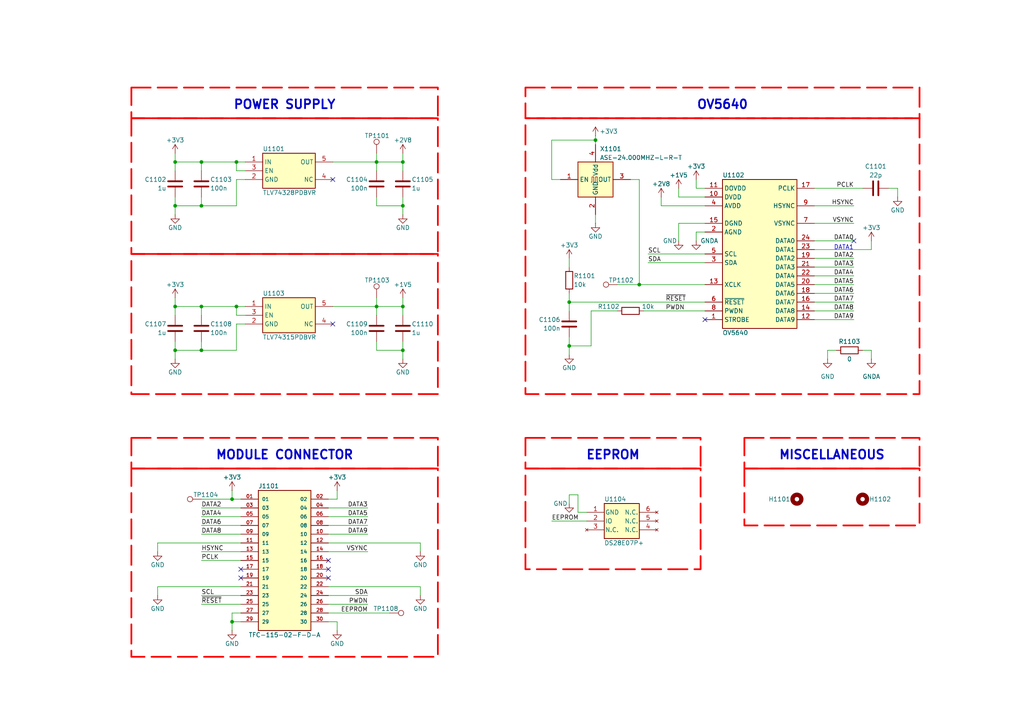
<source format=kicad_sch>
(kicad_sch (version 20231120) (generator "eeschema") (generator_version "8.0")
  (paper "A4")
  (title_block (title "Módulo de la Cámara") (date "2024-07-18") (rev "Final") (company "MQuero"))
  (lib_symbols
    (symbol "Connector:TestPoint" (pin_numbers hide) (pin_names (offset 0.762) hide)
      (property "Reference" "TP" (at 0 6.858 0))
      (property "Value" "TestPoint" (at 0 5.08 0))
      (symbol "TestPoint_0_1"
        (circle (center 0 3.302) (radius 0.762))
      )
      (symbol "TestPoint_1_1"
        (pin passive line (at 0 0 90) (length 2.54) (name "1") (number "1"))
      )
    )
    (symbol "Device:C" (pin_numbers hide) (pin_names (offset 0.254))
      (property "Reference" "C" (at 0.635 2.54 0))
      (property "Value" "C" (at 0.635 -2.54 0))
      (symbol "C_0_1"
        (polyline (pts (xy -2.032 -0.762) (xy 2.032 -0.762)) (stroke (width 0.508)))
        (polyline (pts (xy -2.032 0.762) (xy 2.032 0.762)) (stroke (width 0.508)))
      )
      (symbol "C_1_1"
        (pin passive line (at 0 3.81 270) (length 2.794) (name "~") (number "1"))
        (pin passive line (at 0 -3.81 90) (length 2.794) (name "~") (number "2"))
      )
    )
    (symbol "Device:R" (pin_numbers hide) (pin_names (offset 0))
      (property "Reference" "R" (at 2.032 0 90))
      (property "Value" "R" (at 0 0 90))
      (symbol "R_0_1"
        (rectangle (start -1.016 -2.54) (end 1.016 2.54) (stroke (width 0.254)))
      )
      (symbol "R_1_1"
        (pin passive line (at 0 3.81 270) (length 1.27) (name "~") (number "1"))
        (pin passive line (at 0 -3.81 90) (length 1.27) (name "~") (number "2"))
      )
    )
    (symbol "Mechanical:MountingHole" (pin_names (offset 1.016)) (exclude_from_sim yes) (in_bom no)
      (property "Reference" "H" (at 0 5.08 0))
      (property "Value" "MountingHole" (at 0 3.175 0))
      (symbol "MountingHole_0_1"
        (circle (center 0 0) (radius 1.27) (stroke (width 1.27)))
      )
    )
    (symbol "TFG:ASE-24.000MHZ-L-R-T"
      (property "Reference" "X" (at 0 1.27 0))
      (property "Value" "ASE-24.000MHZ-L-R-T" (at 6.35 -11.43 0))
      (symbol "ASE-24.000MHZ-L-R-T_0_1"
        (polyline (pts (xy 3.81 -5.842) (xy 4.064 -5.842) (xy 4.064 -4.318) (xy 4.572 -4.318) (xy 4.572 -5.842) (xy 5.08 -5.842) (xy 5.08 -4.318) (xy 5.588 -4.318) (xy 5.588 -5.842) (xy 5.842 -5.842)))
        (rectangle (start 0 0) (end 10.16 -10.16) (stroke (width 0.254)) (fill (type background)))
      )
      (symbol "ASE-24.000MHZ-L-R-T_1_1"
        (pin unspecified line (at -5.08 -5.08 0) (length 5.08) (name "EN") (number "1"))
        (pin unspecified line (at 5.08 -15.24 90) (length 5.08) (name "GND") (number "2"))
        (pin unspecified line (at 15.24 -5.08 180) (length 5.08) (name "OUT") (number "3"))
        (pin unspecified line (at 5.08 5.08 270) (length 5.08) (name "Vdd") (number "4"))
      )
    )
    (symbol "TFG:DS28E07P+" (pin_names (offset 0.254))
      (property "Reference" "U" (at 0 1.27 0))
      (property "Value" "DS28E07P+" (at 0 -11.43 0))
      (symbol "DS28E07P+_0_1"
        (rectangle (start 0 0) (end 10.16 -10.16) (stroke (width 0.254)) (fill (type background)))
      )
      (symbol "DS28E07P+_1_1"
        (pin unspecified line (at -5.08 -2.54 0) (length 5.08) (name "GND") (number "1"))
        (pin unspecified line (at -5.08 -5.08 0) (length 5.08) (name "IO") (number "2"))
        (pin no_connect line (at -5.08 -7.62 0) (length 5.08) (name "N.C.") (number "3"))
        (pin no_connect line (at 15.24 -7.62 180) (length 5.08) (name "N.C.") (number "4"))
        (pin no_connect line (at 15.24 -5.08 180) (length 5.08) (name "N.C.") (number "5"))
        (pin no_connect line (at 15.24 -2.54 180) (length 5.08) (name "N.C.") (number "6"))
      )
    )
    (symbol "TFG:OV5640"
      (property "Reference" "U" (at 0 1.27 0))
      (property "Value" "OV5640" (at 0 -44.45 0))
      (symbol "OV5640_1_1"
        (rectangle (start 0 0) (end 21.59 -43.18) (stroke (width 0.254)) (fill (type background)))
        (pin unspecified line (at -5.08 -40.64 0) (length 5.08) (name "STROBE") (number "1"))
        (pin unspecified line (at -5.08 -5.08 0) (length 5.08) (name "DVDD") (number "10"))
        (pin unspecified line (at -5.08 -2.54 0) (length 5.08) (name "DOVDD") (number "11"))
        (pin unspecified line (at 26.67 -40.64 180) (length 5.08) (name "DATA9") (number "12"))
        (pin unspecified line (at -5.08 -30.48 0) (length 5.08) (name "XCLK") (number "13"))
        (pin unspecified line (at 26.67 -38.1 180) (length 5.08) (name "DATA8") (number "14"))
        (pin unspecified line (at -5.08 -12.7 0) (length 5.08) (name "DGND") (number "15"))
        (pin unspecified line (at 26.67 -35.56 180) (length 5.08) (name "DATA7") (number "16"))
        (pin unspecified line (at 26.67 -2.54 180) (length 5.08) (name "PCLK") (number "17"))
        (pin unspecified line (at 26.67 -33.02 180) (length 5.08) (name "DATA6") (number "18"))
        (pin unspecified line (at 26.67 -22.86 180) (length 5.08) (name "DATA2") (number "19"))
        (pin unspecified line (at -5.08 -15.24 0) (length 5.08) (name "AGND") (number "2"))
        (pin unspecified line (at 26.67 -30.48 180) (length 5.08) (name "DATA5") (number "20"))
        (pin unspecified line (at 26.67 -25.4 180) (length 5.08) (name "DATA3") (number "21"))
        (pin unspecified line (at 26.67 -27.94 180) (length 5.08) (name "DATA4") (number "22"))
        (pin unspecified line (at 26.67 -20.32 180) (length 5.08) (name "DATA1") (number "23"))
        (pin unspecified line (at 26.67 -17.78 180) (length 5.08) (name "DATA0") (number "24"))
        (pin unspecified line (at -5.08 -24.13 0) (length 5.08) (name "SDA") (number "3"))
        (pin unspecified line (at -5.08 -7.62 0) (length 5.08) (name "AVDD") (number "4"))
        (pin unspecified line (at -5.08 -21.59 0) (length 5.08) (name "SCL") (number "5"))
        (pin unspecified line (at -5.08 -35.56 0) (length 5.08) (name "~{RESET}") (number "6"))
        (pin unspecified line (at 26.67 -12.7 180) (length 5.08) (name "VSYNC") (number "7"))
        (pin unspecified line (at -5.08 -38.1 0) (length 5.08) (name "PWDN") (number "8"))
        (pin unspecified line (at 26.67 -7.62 180) (length 5.08) (name "HSYNC") (number "9"))
      )
    )
    (symbol "TFG:TFC-115-02-F-D-A" (pin_names (offset 1.016))
      (property "Reference" "J" (at 0 1.27 0))
      (property "Value" "TFC-115-02-F-D-A" (at 0 -41.91 0))
      (symbol "TFC-115-02-F-D-A_0_0"
        (rectangle (start 0 0) (end 15.24 -40.64) (stroke (width 0.254)) (fill (type background)))
        (pin unspecified line (at -5.08 -2.54 0) (length 5.08) (name "01") (number "01"))
        (pin unspecified line (at 20.32 -2.54 180) (length 5.08) (name "02") (number "02"))
        (pin unspecified line (at -5.08 -5.08 0) (length 5.08) (name "03") (number "03"))
        (pin unspecified line (at 20.32 -5.08 180) (length 5.08) (name "04") (number "04"))
        (pin unspecified line (at -5.08 -7.62 0) (length 5.08) (name "05") (number "05"))
        (pin unspecified line (at 20.32 -7.62 180) (length 5.08) (name "06") (number "06"))
        (pin unspecified line (at -5.08 -10.16 0) (length 5.08) (name "07") (number "07"))
        (pin unspecified line (at 20.32 -10.16 180) (length 5.08) (name "08") (number "08"))
        (pin unspecified line (at -5.08 -12.7 0) (length 5.08) (name "09") (number "09"))
        (pin unspecified line (at 20.32 -12.7 180) (length 5.08) (name "10") (number "10"))
        (pin unspecified line (at -5.08 -15.24 0) (length 5.08) (name "11") (number "11"))
        (pin unspecified line (at 20.32 -15.24 180) (length 5.08) (name "12") (number "12"))
        (pin unspecified line (at -5.08 -17.78 0) (length 5.08) (name "13") (number "13"))
        (pin unspecified line (at 20.32 -17.78 180) (length 5.08) (name "14") (number "14"))
        (pin unspecified line (at -5.08 -20.32 0) (length 5.08) (name "15") (number "15"))
        (pin unspecified line (at 20.32 -20.32 180) (length 5.08) (name "16") (number "16"))
        (pin unspecified line (at -5.08 -22.86 0) (length 5.08) (name "17") (number "17"))
        (pin unspecified line (at 20.32 -22.86 180) (length 5.08) (name "18") (number "18"))
        (pin unspecified line (at -5.08 -25.4 0) (length 5.08) (name "19") (number "19"))
        (pin unspecified line (at 20.32 -25.4 180) (length 5.08) (name "20") (number "20"))
        (pin unspecified line (at -5.08 -27.94 0) (length 5.08) (name "21") (number "21"))
        (pin unspecified line (at 20.32 -27.94 180) (length 5.08) (name "22") (number "22"))
        (pin unspecified line (at -5.08 -30.48 0) (length 5.08) (name "23") (number "23"))
        (pin unspecified line (at 20.32 -30.48 180) (length 5.08) (name "24") (number "24"))
        (pin unspecified line (at -5.08 -33.02 0) (length 5.08) (name "25") (number "25"))
        (pin unspecified line (at 20.32 -33.02 180) (length 5.08) (name "26") (number "26"))
        (pin unspecified line (at -5.08 -35.56 0) (length 5.08) (name "27") (number "27"))
        (pin unspecified line (at 20.32 -35.56 180) (length 5.08) (name "28") (number "28"))
        (pin unspecified line (at -5.08 -38.1 0) (length 5.08) (name "29") (number "29"))
        (pin unspecified line (at 20.32 -38.1 180) (length 5.08) (name "30") (number "30"))
      )
    )
    (symbol "TFG:TLV74315PDBVR"
      (property "Reference" "U" (at 0 1.27 0))
      (property "Value" "TLV74315PDBVR" (at 0 -11.43 0))
      (symbol "TLV74315PDBVR_1_1"
        (rectangle (start 0 0) (end 15.24 -10.16) (stroke (width 0.254)) (fill (type background)))
        (pin unspecified line (at -5.08 -2.54 0) (length 5.08) (name "IN") (number "1"))
        (pin unspecified line (at -5.08 -7.62 0) (length 5.08) (name "GND") (number "2"))
        (pin unspecified line (at -5.08 -5.08 0) (length 5.08) (name "EN") (number "3"))
        (pin unspecified line (at 20.32 -7.62 180) (length 5.08) (name "NC") (number "4"))
        (pin unspecified line (at 20.32 -2.54 180) (length 5.08) (name "OUT") (number "5"))
      )
    )
    (symbol "TFG:TLV74328PDBVR"
      (property "Reference" "U" (at 0 1.27 0))
      (property "Value" "TLV74328PDBVR" (at 0 -11.43 0))
      (symbol "TLV74328PDBVR_1_1"
        (rectangle (start 0 0) (end 15.24 -10.16) (stroke (width 0.254)) (fill (type background)))
        (pin unspecified line (at -5.08 -2.54 0) (length 5.08) (name "IN") (number "1"))
        (pin unspecified line (at -5.08 -7.62 0) (length 5.08) (name "GND") (number "2"))
        (pin unspecified line (at -5.08 -5.08 0) (length 5.08) (name "EN") (number "3"))
        (pin unspecified line (at 20.32 -7.62 180) (length 5.08) (name "NC") (number "4"))
        (pin unspecified line (at 20.32 -2.54 180) (length 5.08) (name "OUT") (number "5"))
      )
    )
    (symbol "power:+1V5" (power) (pin_numbers hide) (pin_names (offset 0) hide)
      (property "Value" "+1V5" (at 0 3.556 0))
      (symbol "+1V5_0_1"
        (polyline (pts (xy -0.762 1.27) (xy 0 2.54)))
        (polyline (pts (xy 0 0) (xy 0 2.54)))
        (polyline (pts (xy 0 2.54) (xy 0.762 1.27)))
      )
      (symbol "+1V5_1_1"
        (pin power_in line (at 0 0 90) (length 0) (name "~") (number "1"))
      )
    )
    (symbol "power:+2V8" (power) (pin_numbers hide) (pin_names (offset 0) hide)
      (property "Value" "+2V8" (at 0 3.556 0))
      (symbol "+2V8_0_1"
        (polyline (pts (xy -0.762 1.27) (xy 0 2.54)))
        (polyline (pts (xy 0 0) (xy 0 2.54)))
        (polyline (pts (xy 0 2.54) (xy 0.762 1.27)))
      )
      (symbol "+2V8_1_1"
        (pin power_in line (at 0 0 90) (length 0) (name "~") (number "1"))
      )
    )
    (symbol "power:+3V3" (power) (pin_numbers hide) (pin_names (offset 0) hide)
      (property "Value" "+3V3" (at 0 3.556 0))
      (symbol "+3V3_0_1"
        (polyline (pts (xy -0.762 1.27) (xy 0 2.54)))
        (polyline (pts (xy 0 0) (xy 0 2.54)))
        (polyline (pts (xy 0 2.54) (xy 0.762 1.27)))
      )
      (symbol "+3V3_1_1"
        (pin power_in line (at 0 0 90) (length 0) (name "~") (number "1"))
      )
    )
    (symbol "power:GND" (power) (pin_numbers hide) (pin_names (offset 0) hide)
      (property "Value" "GND" (at 0 -3.81 0))
      (symbol "GND_0_1"
        (polyline (pts (xy 0 0) (xy 0 -1.27) (xy 1.27 -1.27) (xy 0 -2.54) (xy -1.27 -1.27) (xy 0 -1.27)))
      )
      (symbol "GND_1_1"
        (pin power_in line (at 0 0 270) (length 0) (name "~") (number "1"))
      )
    )
    (symbol "power:GNDA" (power) (pin_numbers hide) (pin_names (offset 0) hide)
      (property "Value" "GNDA" (at 0 -3.81 0))
      (symbol "GNDA_0_1"
        (polyline (pts (xy 0 0) (xy 0 -1.27) (xy 1.27 -1.27) (xy 0 -2.54) (xy -1.27 -1.27) (xy 0 -1.27)))
      )
      (symbol "GNDA_1_1"
        (pin power_in line (at 0 0 270) (length 0) (name "~") (number "1"))
      )
    )
  )
  (junction (at 116.84 59.69))
  (junction (at 116.84 101.6))
  (junction (at 50.8 101.6))
  (junction (at 185.42 82.55))
  (junction (at 109.22 46.99))
  (junction (at 67.31 180.34))
  (junction (at 58.42 101.6))
  (junction (at 165.1 87.63))
  (junction (at 165.1 100.33))
  (junction (at 68.58 46.99))
  (junction (at 50.8 88.9))
  (junction (at 58.42 46.99))
  (junction (at 50.8 59.69))
  (junction (at 116.84 46.99))
  (junction (at 67.31 144.78))
  (junction (at 58.42 59.69))
  (junction (at 50.8 46.99))
  (junction (at 116.84 88.9))
  (junction (at 58.42 88.9))
  (junction (at 68.58 88.9))
  (junction (at 109.22 88.9))
  (junction (at 172.72 40.64))
  (no_connect (at 95.25 167.64))
  (no_connect (at 247.65 69.85))
  (no_connect (at 95.25 162.56))
  (no_connect (at 96.52 52.07))
  (no_connect (at 204.47 92.71))
  (no_connect (at 69.85 167.64))
  (no_connect (at 96.52 93.98))
  (no_connect (at 95.25 165.1))
  (no_connect (at 69.85 165.1))
  (wire (pts (xy 165.1 100.33) (xy 171.45 100.33)))
  (wire (pts (xy 167.64 143.51) (xy 165.1 143.51)))
  (wire (pts (xy 71.12 52.07) (xy 68.58 52.07)))
  (wire (pts (xy 116.84 88.9) (xy 109.22 88.9)))
  (wire (pts (xy 50.8 46.99) (xy 50.8 49.53)))
  (wire (pts (xy 236.22 59.69) (xy 247.65 59.69)))
  (wire (pts (xy 160.02 40.64) (xy 160.02 52.07)))
  (wire (pts (xy 204.47 57.15) (xy 196.85 57.15)))
  (wire (pts (xy 204.47 64.77) (xy 196.85 64.77)))
  (wire (pts (xy 58.42 144.78) (xy 67.31 144.78)))
  (wire (pts (xy 67.31 180.34) (xy 69.85 180.34)))
  (wire (pts (xy 58.42 46.99) (xy 58.42 49.53)))
  (wire (pts (xy 116.84 99.06) (xy 116.84 101.6)))
  (wire (pts (xy 201.93 52.07) (xy 201.93 54.61)))
  (wire (pts (xy 50.8 101.6) (xy 50.8 104.14)))
  (wire (pts (xy 95.25 177.8) (xy 113.03 177.8)))
  (wire (pts (xy 97.79 180.34) (xy 95.25 180.34)))
  (wire (pts (xy 116.84 44.45) (xy 116.84 46.99)))
  (wire (pts (xy 68.58 46.99) (xy 68.58 49.53)))
  (wire (pts (xy 121.92 170.18) (xy 121.92 172.72)))
  (wire (pts (xy 50.8 46.99) (xy 58.42 46.99)))
  (wire (pts (xy 95.25 147.32) (xy 106.68 147.32)))
  (wire (pts (xy 58.42 175.26) (xy 69.85 175.26)))
  (wire (pts (xy 165.1 87.63) (xy 204.47 87.63)))
  (wire (pts (xy 260.35 54.61) (xy 260.35 57.15)))
  (wire (pts (xy 109.22 101.6) (xy 116.84 101.6)))
  (wire (pts (xy 95.25 152.4) (xy 106.68 152.4)))
  (wire (pts (xy 68.58 59.69) (xy 58.42 59.69)))
  (wire (pts (xy 196.85 64.77) (xy 196.85 69.85)))
  (wire (pts (xy 58.42 99.06) (xy 58.42 101.6)))
  (wire (pts (xy 236.22 69.85) (xy 247.65 69.85)))
  (wire (pts (xy 160.02 40.64) (xy 172.72 40.64)))
  (wire (pts (xy 69.85 170.18) (xy 45.72 170.18)))
  (wire (pts (xy 236.22 77.47) (xy 247.65 77.47)))
  (wire (pts (xy 116.84 57.15) (xy 116.84 59.69)))
  (wire (pts (xy 204.47 67.31) (xy 201.93 67.31)))
  (wire (pts (xy 196.85 57.15) (xy 196.85 54.61)))
  (wire (pts (xy 96.52 88.9) (xy 109.22 88.9)))
  (wire (pts (xy 191.77 57.15) (xy 191.77 59.69)))
  (wire (pts (xy 185.42 52.07) (xy 185.42 82.55)))
  (wire (pts (xy 58.42 147.32) (xy 69.85 147.32)))
  (wire (pts (xy 186.69 90.17) (xy 204.47 90.17)))
  (wire (pts (xy 252.73 101.6) (xy 252.73 104.14)))
  (wire (pts (xy 109.22 88.9) (xy 109.22 91.44)))
  (wire (pts (xy 67.31 180.34) (xy 67.31 182.88)))
  (wire (pts (xy 95.25 175.26) (xy 106.68 175.26)))
  (wire (pts (xy 236.22 74.93) (xy 247.65 74.93)))
  (wire (pts (xy 58.42 152.4) (xy 69.85 152.4)))
  (wire (pts (xy 50.8 88.9) (xy 50.8 91.44)))
  (wire (pts (xy 109.22 86.36) (xy 109.22 88.9)))
  (wire (pts (xy 68.58 52.07) (xy 68.58 59.69)))
  (wire (pts (xy 242.57 101.6) (xy 240.03 101.6)))
  (wire (pts (xy 58.42 101.6) (xy 50.8 101.6)))
  (wire (pts (xy 97.79 144.78) (xy 95.25 144.78)))
  (wire (pts (xy 58.42 88.9) (xy 68.58 88.9)))
  (wire (pts (xy 172.72 64.77) (xy 172.72 62.23)))
  (wire (pts (xy 236.22 87.63) (xy 247.65 87.63)))
  (wire (pts (xy 165.1 97.79) (xy 165.1 100.33)))
  (wire (pts (xy 68.58 46.99) (xy 71.12 46.99)))
  (wire (pts (xy 71.12 91.44) (xy 68.58 91.44)))
  (wire (pts (xy 252.73 72.39) (xy 236.22 72.39)))
  (wire (pts (xy 165.1 74.93) (xy 165.1 77.47)))
  (wire (pts (xy 67.31 180.34) (xy 67.31 177.8)))
  (wire (pts (xy 50.8 44.45) (xy 50.8 46.99)))
  (wire (pts (xy 191.77 59.69) (xy 204.47 59.69)))
  (wire (pts (xy 236.22 90.17) (xy 247.65 90.17)))
  (wire (pts (xy 240.03 101.6) (xy 240.03 104.14)))
  (wire (pts (xy 58.42 46.99) (xy 68.58 46.99)))
  (wire (pts (xy 187.96 76.2) (xy 204.47 76.2)))
  (wire (pts (xy 185.42 82.55) (xy 204.47 82.55)))
  (wire (pts (xy 45.72 157.48) (xy 45.72 160.02)))
  (wire (pts (xy 58.42 88.9) (xy 58.42 91.44)))
  (wire (pts (xy 71.12 93.98) (xy 68.58 93.98)))
  (wire (pts (xy 171.45 100.33) (xy 171.45 90.17)))
  (wire (pts (xy 58.42 149.86) (xy 69.85 149.86)))
  (wire (pts (xy 116.84 46.99) (xy 116.84 49.53)))
  (wire (pts (xy 170.18 148.59) (xy 167.64 148.59)))
  (wire (pts (xy 165.1 100.33) (xy 165.1 102.87)))
  (wire (pts (xy 50.8 57.15) (xy 50.8 59.69)))
  (wire (pts (xy 45.72 170.18) (xy 45.72 172.72)))
  (wire (pts (xy 201.93 67.31) (xy 201.93 69.85)))
  (wire (pts (xy 96.52 46.99) (xy 109.22 46.99)))
  (wire (pts (xy 171.45 90.17) (xy 179.07 90.17)))
  (wire (pts (xy 95.25 157.48) (xy 121.92 157.48)))
  (wire (pts (xy 160.02 151.13) (xy 170.18 151.13)))
  (wire (pts (xy 252.73 69.85) (xy 252.73 72.39)))
  (wire (pts (xy 50.8 86.36) (xy 50.8 88.9)))
  (wire (pts (xy 67.31 142.24) (xy 67.31 144.78)))
  (wire (pts (xy 58.42 162.56) (xy 69.85 162.56)))
  (wire (pts (xy 257.81 54.61) (xy 260.35 54.61)))
  (wire (pts (xy 97.79 180.34) (xy 97.79 182.88)))
  (wire (pts (xy 109.22 46.99) (xy 109.22 49.53)))
  (wire (pts (xy 162.56 52.07) (xy 160.02 52.07)))
  (wire (pts (xy 179.07 82.55) (xy 185.42 82.55)))
  (wire (pts (xy 69.85 157.48) (xy 45.72 157.48)))
  (wire (pts (xy 109.22 99.06) (xy 109.22 101.6)))
  (wire (pts (xy 167.64 148.59) (xy 167.64 143.51)))
  (wire (pts (xy 236.22 82.55) (xy 247.65 82.55)))
  (wire (pts (xy 68.58 101.6) (xy 58.42 101.6)))
  (wire (pts (xy 236.22 54.61) (xy 250.19 54.61)))
  (wire (pts (xy 250.19 101.6) (xy 252.73 101.6)))
  (wire (pts (xy 71.12 49.53) (xy 68.58 49.53)))
  (wire (pts (xy 67.31 177.8) (xy 69.85 177.8)))
  (wire (pts (xy 95.25 154.94) (xy 106.68 154.94)))
  (wire (pts (xy 165.1 143.51) (xy 165.1 146.05)))
  (wire (pts (xy 236.22 80.01) (xy 247.65 80.01)))
  (wire (pts (xy 165.1 87.63) (xy 165.1 90.17)))
  (wire (pts (xy 58.42 154.94) (xy 69.85 154.94)))
  (wire (pts (xy 50.8 59.69) (xy 50.8 62.23)))
  (wire (pts (xy 109.22 59.69) (xy 116.84 59.69)))
  (wire (pts (xy 116.84 88.9) (xy 116.84 91.44)))
  (wire (pts (xy 165.1 85.09) (xy 165.1 87.63)))
  (wire (pts (xy 95.25 149.86) (xy 106.68 149.86)))
  (wire (pts (xy 68.58 88.9) (xy 68.58 91.44)))
  (wire (pts (xy 236.22 64.77) (xy 247.65 64.77)))
  (wire (pts (xy 95.25 160.02) (xy 106.68 160.02)))
  (wire (pts (xy 121.92 157.48) (xy 121.92 160.02)))
  (wire (pts (xy 68.58 88.9) (xy 71.12 88.9)))
  (wire (pts (xy 67.31 144.78) (xy 69.85 144.78)))
  (wire (pts (xy 236.22 85.09) (xy 247.65 85.09)))
  (wire (pts (xy 68.58 93.98) (xy 68.58 101.6)))
  (wire (pts (xy 116.84 86.36) (xy 116.84 88.9)))
  (wire (pts (xy 236.22 92.71) (xy 247.65 92.71)))
  (wire (pts (xy 95.25 170.18) (xy 121.92 170.18)))
  (wire (pts (xy 58.42 57.15) (xy 58.42 59.69)))
  (wire (pts (xy 187.96 73.66) (xy 204.47 73.66)))
  (wire (pts (xy 95.25 172.72) (xy 106.68 172.72)))
  (wire (pts (xy 172.72 39.37) (xy 172.72 40.64)))
  (wire (pts (xy 97.79 142.24) (xy 97.79 144.78)))
  (wire (pts (xy 58.42 172.72) (xy 69.85 172.72)))
  (wire (pts (xy 109.22 44.45) (xy 109.22 46.99)))
  (wire (pts (xy 116.84 59.69) (xy 116.84 62.23)))
  (wire (pts (xy 58.42 59.69) (xy 50.8 59.69)))
  (wire (pts (xy 109.22 57.15) (xy 109.22 59.69)))
  (wire (pts (xy 116.84 46.99) (xy 109.22 46.99)))
  (wire (pts (xy 50.8 88.9) (xy 58.42 88.9)))
  (wire (pts (xy 172.72 40.64) (xy 172.72 41.91)))
  (wire (pts (xy 50.8 99.06) (xy 50.8 101.6)))
  (wire (pts (xy 185.42 52.07) (xy 182.88 52.07)))
  (wire (pts (xy 201.93 54.61) (xy 204.47 54.61)))
  (wire (pts (xy 58.42 160.02) (xy 69.85 160.02)))
  (wire (pts (xy 116.84 101.6) (xy 116.84 104.14)))
  (rectangle (start 215.9 127) (end 266.7 135.89) (stroke (width 0.508) (type dash) (color 255 0 0 1)))
  (rectangle (start 215.9 135.89) (end 266.7 152.4) (stroke (width 0.508) (type dash) (color 255 0 0 1)))
  (rectangle (start 38.1 73.66) (end 127 114.3) (stroke (width 0.508) (type dash) (color 255 0 0 1)))
  (rectangle (start 38.1 34.29) (end 127 73.66) (stroke (width 0.508) (type dash) (color 255 0 0 1)))
  (rectangle (start 38.1 135.89) (end 127 190.5) (stroke (width 0.508) (type dash) (color 255 0 0 1)))
  (rectangle (start 152.4 127) (end 203.2 135.89) (stroke (width 0.508) (type dash) (color 255 0 0 1)))
  (rectangle (start 152.4 135.89) (end 203.2 165.1) (stroke (width 0.508) (type dash) (color 255 0 0 1)))
  (rectangle (start 152.4 34.29) (end 266.7 114.3) (stroke (width 0.508) (type dash) (color 255 0 0 1)))
  (rectangle (start 38.1 127) (end 127 135.89) (stroke (width 0.508) (type dash) (color 255 0 0 1)))
  (rectangle (start 38.1 25.4) (end 127 34.29) (stroke (width 0.508) (type dash) (color 255 0 0 1)))
  (rectangle (start 152.4 25.4) (end 266.7 34.29) (stroke (width 0.508) (type dash) (color 255 0 0 1)))
  (text "MISCELLANEOUS" (at 241.3 132.08 0) (effects (font (size 2.54 2.54) (thickness 0.508) (bold yes))))
  (text "EEPROM" (at 177.8 132.08 0) (effects (font (size 2.54 2.54) (thickness 0.508) (bold yes))))
  (text "POWER SUPPLY" (at 82.55 30.48 0) (effects (font (size 2.54 2.54) (thickness 0.508) (bold yes))))
  (text "MODULE CONNECTOR" (at 82.55 132.08 0) (effects (font (size 2.54 2.54) (thickness 0.508) (bold yes))))
  (text "DATA1" (at 247.65 71.12 0) (effects (font (size 1.27 1.27)) (justify right top)))
  (text "OV5640" (at 209.55 30.48 0) (effects (font (size 2.54 2.54) (thickness 0.508) (bold yes))))
  (label "DATA2" (at 58.42 147.32 0))
  (label "DATA0" (at 247.65 69.85 180))
  (label "DATA9" (at 247.65 92.71 180))
  (label "DATA4" (at 247.65 80.01 180))
  (label "PWDN" (at 106.68 175.26 180))
  (label "VSYNC" (at 247.65 64.77 180))
  (label "SDA" (at 106.68 172.72 180))
  (label "EEPROM" (at 160.02 151.13 0))
  (label "PWDN" (at 193.04 90.17 0))
  (label "SDA" (at 187.96 76.2 0))
  (label "PCLK" (at 58.42 162.56 0))
  (label "DATA3" (at 106.68 147.32 180))
  (label "DATA7" (at 106.68 152.4 180))
  (label "~{RESET}" (at 193.04 87.63 0))
  (label "DATA5" (at 247.65 82.55 180))
  (label "DATA5" (at 106.68 149.86 180))
  (label "~{RESET}" (at 58.42 175.26 0))
  (label "DATA4" (at 58.42 149.86 0))
  (label "PCLK" (at 247.65 54.61 180))
  (label "DATA8" (at 58.42 154.94 0))
  (label "DATA6" (at 247.65 85.09 180))
  (label "EEPROM" (at 106.68 177.8 180))
  (label "DATA3" (at 247.65 77.47 180))
  (label "DATA9" (at 106.68 154.94 180))
  (label "DATA2" (at 247.65 74.93 180))
  (label "DATA6" (at 58.42 152.4 0))
  (label "DATA8" (at 247.65 90.17 180))
  (label "HSYNC" (at 58.42 160.02 0))
  (label "HSYNC" (at 247.65 59.69 180))
  (label "DATA7" (at 247.65 87.63 180))
  (label "VSYNC" (at 106.68 160.02 180))
  (label "SCL" (at 187.96 73.66 0))
  (label "SCL" (at 58.42 172.72 0))
  (symbol (lib_id "power:GNDA") (at 201.93 69.85 0) (unit 1)
    (property "Reference" "#PWR01112" (effects (hide yes)))
    (property "Value" "GNDA" (at 205.74 69.85 0))
    (property "Description" "Power symbol creates a global label with name \"GNDA\" , analog ground" (effects (hide yes)))
  )
  (symbol (lib_id "power:+2V8") (at 191.77 57.15 0) (unit 1)
    (property "Reference" "#PWR01106" (effects (hide yes)))
    (property "Value" "+2V8" (at 191.77 53.34 0))
    (property "Description" "Power symbol creates a global label with name \"+2V8\"" (effects (hide yes)))
  )
  (symbol (lib_id "power:GND") (at 45.72 160.02 0) (unit 1)
    (property "Reference" "#PWR01125" (effects (hide yes)))
    (property "Value" "GND" (at 45.72 163.83 0))
    (property "Description" "Power symbol creates a global label with name \"GND\" , ground" (effects (hide yes)))
  )
  (symbol (lib_id "power:GND") (at 116.84 104.14 0) (mirror y) (unit 1)
    (property "Reference" "#PWR01119" (effects (hide yes)))
    (property "Value" "GND" (at 116.84 107.95 0))
    (property "Description" "Power symbol creates a global label with name \"GND\" , ground" (effects (hide yes)))
  )
  (symbol (lib_id "power:+3V3") (at 252.73 69.85 0) (mirror y) (unit 1)
    (property "Reference" "#PWR01113" (effects (hide yes)))
    (property "Value" "+3V3" (at 252.73 66.04 0))
    (property "Description" "Power symbol creates a global label with name \"+3V3\"" (effects (hide yes)))
  )
  (symbol (lib_id "power:GND") (at 50.8 62.23 0) (unit 1)
    (property "Reference" "#PWR01109" (effects (hide yes)))
    (property "Value" "GND" (at 50.8 66.04 0))
    (property "Description" "Power symbol creates a global label with name \"GND\" , ground" (effects (hide yes)))
  )
  (symbol (lib_id "Connector:TestPoint") (at 58.42 144.78 90) (unit 1)
    (property "Reference" "TP1104" (at 59.69 143.51 90))
    (property "Value" "TestPoint" (effects (hide yes)))
    (property "Footprint" "TestPoint:TestPoint_Pad_D1.0mm" (effects (hide yes)))
    (property "Description" "test point" (effects (hide yes)))
  )
  (symbol (lib_id "power:GND") (at 116.84 62.23 0) (mirror y) (unit 1)
    (property "Reference" "#PWR01110" (effects (hide yes)))
    (property "Value" "GND" (at 116.84 66.04 0))
    (property "Description" "Power symbol creates a global label with name \"GND\" , ground" (effects (hide yes)))
  )
  (symbol (lib_id "power:+3V3") (at 172.72 39.37 0) (unit 1)
    (property "Reference" "#PWR01101" (effects (hide yes)))
    (property "Value" "+3V3" (at 176.53 38.1 0))
    (property "Description" "Power symbol creates a global label with name \"+3V3\"" (effects (hide yes)))
  )
  (symbol (lib_id "power:+1V5") (at 116.84 86.36 0) (unit 1)
    (property "Reference" "#PWR01116" (effects (hide yes)))
    (property "Value" "+1V5" (at 116.84 82.55 0))
    (property "Description" "Power symbol creates a global label with name \"+1V5\"" (effects (hide yes)))
  )
  (symbol (lib_id "Device:R") (at 246.38 101.6 90) (unit 1)
    (property "Reference" "R1103" (at 246.38 99.06 90))
    (property "Value" "0" (at 246.38 104.14 90))
    (property "Footprint" "Resistor_SMD:R_0402_1005Metric" (effects (hide yes)))
    (property "Description" "Resistor" (effects (hide yes)))
  )
  (symbol (lib_id "Device:C") (at 50.8 53.34 0) (mirror y) (unit 1)
    (property "Reference" "C1102" (at 48.26 52.07 0) (effects (justify left)))
    (property "Value" "1u" (at 48.26 54.6099 0) (effects (justify left)))
    (property "Footprint" "Capacitor_SMD:C_0402_1005Metric" (effects (hide yes)))
    (property "Description" "Unpolarized capacitor" (effects (hide yes)))
  )
  (symbol (lib_id "Connector:TestPoint") (at 109.22 86.36 0) (unit 1)
    (property "Reference" "TP1103" (at 113.03 81.28 0) (effects (justify right)))
    (property "Value" "TestPoint" (effects (hide yes)))
    (property "Footprint" "TestPoint:TestPoint_Pad_D1.0mm" (effects (hide yes)))
    (property "Description" "test point" (effects (hide yes)))
  )
  (symbol (lib_id "power:GND") (at 165.1 102.87 0) (mirror y) (unit 1)
    (property "Reference" "#PWR01117" (effects (hide yes)))
    (property "Value" "GND" (at 165.1 106.68 0))
    (property "Description" "Power symbol creates a global label with name \"GND\" , ground" (effects (hide yes)))
  )
  (symbol (lib_id "power:GND") (at 121.92 160.02 0) (mirror y) (unit 1)
    (property "Reference" "#PWR01126" (effects (hide yes)))
    (property "Value" "GND" (at 121.92 163.83 0))
    (property "Description" "Power symbol creates a global label with name \"GND\" , ground" (effects (hide yes)))
  )
  (symbol (lib_id "power:GND") (at 50.8 104.14 0) (unit 1)
    (property "Reference" "#PWR01118" (effects (hide yes)))
    (property "Value" "GND" (at 50.8 107.95 0))
    (property "Description" "Power symbol creates a global label with name \"GND\" , ground" (effects (hide yes)))
  )
  (symbol (lib_id "power:GND") (at 196.85 69.85 0) (unit 1)
    (property "Reference" "#PWR01111" (effects (hide yes)))
    (property "Value" "GND" (at 194.31 69.85 0))
    (property "Description" "Power symbol creates a global label with name \"GND\" , ground" (effects (hide yes)))
  )
  (symbol (lib_id "power:GND") (at 240.03 104.14 0) (unit 1)
    (property "Reference" "#PWR01120" (effects (hide yes)))
    (property "Value" "GND" (at 240.03 109.22 0))
    (property "Description" "Power symbol creates a global label with name \"GND\" , ground" (effects (hide yes)))
  )
  (symbol (lib_id "power:+2V8") (at 116.84 44.45 0) (unit 1)
    (property "Reference" "#PWR01103" (effects (hide yes)))
    (property "Value" "+2V8" (at 116.84 40.64 0))
    (property "Description" "Power symbol creates a global label with name \"+2V8\"" (effects (hide yes)))
  )
  (symbol (lib_id "power:GND") (at 45.72 172.72 0) (unit 1)
    (property "Reference" "#PWR01127" (effects (hide yes)))
    (property "Value" "GND" (at 45.72 176.53 0))
    (property "Description" "Power symbol creates a global label with name \"GND\" , ground" (effects (hide yes)))
  )
  (symbol (lib_id "power:GND") (at 165.1 146.05 0) (unit 1)
    (property "Reference" "#PWR01122" (effects (hide yes)))
    (property "Value" "GND" (at 162.56 146.05 0))
    (property "Description" "Power symbol creates a global label with name \"GND\" , ground" (effects (hide yes)))
  )
  (symbol (lib_id "power:+3V3") (at 97.79 142.24 0) (mirror y) (unit 1)
    (property "Reference" "#PWR01124" (effects (hide yes)))
    (property "Value" "+3V3" (at 97.79 138.43 0))
    (property "Description" "Power symbol creates a global label with name \"+3V3\"" (effects (hide yes)))
  )
  (symbol (lib_id "TFG:ASE-24.000MHZ-L-R-T") (at 167.64 46.99 0) (unit 1)
    (property "Reference" "X1101" (at 173.99 43.18 0) (effects (justify left)))
    (property "Value" "ASE-24.000MHZ-L-R-T" (at 173.99 45.72 0) (effects (justify left)))
    (property "Footprint" "TFG:ASE24576MHZLCT" (effects (hide yes)))
    (property "Datasheet" "https://abracon.com/Oscillators/ASEseries.pdf" (effects (hide yes)))
    (property "Description" "XTAL OSC XO 24.0000MHZ CMOS SMD" (effects (hide yes)))
    (property "MQ PN" "TFGX002 " (effects (hide yes)))
  )
  (symbol (lib_id "Mechanical:MountingHole") (at 250.19 144.78 0) (mirror y) (unit 1) (exclude_from_sim yes) (in_bom no)
    (property "Reference" "H1102" (at 255.27 144.78 0))
    (property "Value" "MountingHole" (effects (hide yes)))
    (property "Footprint" "MountingHole:MountingHole_2.2mm_M2" (effects (hide yes)))
    (property "Description" "Mounting Hole without connection" (effects (hide yes)))
  )
  (symbol (lib_id "Device:C") (at 116.84 95.25 0) (unit 1)
    (property "Reference" "C1110" (at 119.38 93.98 0) (effects (justify left)))
    (property "Value" "1u" (at 119.38 96.52 0) (effects (justify left)))
    (property "Footprint" "Capacitor_SMD:C_0402_1005Metric" (effects (hide yes)))
    (property "Description" "Unpolarized capacitor" (effects (hide yes)))
  )
  (symbol (lib_id "Device:R") (at 182.88 90.17 90) (mirror x) (unit 1)
    (property "Reference" "R1102" (at 176.53 88.9 90))
    (property "Value" "10k" (at 187.96 88.9 90))
    (property "Footprint" "Resistor_SMD:R_0402_1005Metric" (effects (hide yes)))
    (property "Description" "Resistor" (effects (hide yes)))
  )
  (symbol (lib_id "Connector:TestPoint") (at 109.22 44.45 0) (unit 1)
    (property "Reference" "TP1101" (at 113.03 39.37 0) (effects (justify right)))
    (property "Value" "TestPoint" (effects (hide yes)))
    (property "Footprint" "TestPoint:TestPoint_Pad_D1.0mm" (effects (hide yes)))
    (property "Description" "test point" (effects (hide yes)))
  )
  (symbol (lib_id "power:+3V3") (at 165.1 74.93 0) (unit 1)
    (property "Reference" "#PWR01114" (effects (hide yes)))
    (property "Value" "+3V3" (at 165.1 71.12 0))
    (property "Description" "Power symbol creates a global label with name \"+3V3\"" (effects (hide yes)))
  )
  (symbol (lib_id "Device:C") (at 58.42 95.25 0) (unit 1)
    (property "Reference" "C1108" (at 60.96 93.98 0) (effects (justify left)))
    (property "Value" "100n" (at 60.96 96.52 0) (effects (justify left)))
    (property "Footprint" "Capacitor_SMD:C_0402_1005Metric" (effects (hide yes)))
    (property "Description" "Unpolarized capacitor" (effects (hide yes)))
  )
  (symbol (lib_id "power:+1V5") (at 196.85 54.61 0) (unit 1)
    (property "Reference" "#PWR01105" (effects (hide yes)))
    (property "Value" "+1V5" (at 196.85 50.8 0))
    (property "Description" "Power symbol creates a global label with name \"+1V5\"" (effects (hide yes)))
  )
  (symbol (lib_id "TFG:TFC-115-02-F-D-A") (at 74.93 142.24 0) (unit 1)
    (property "Reference" "J1101" (at 74.93 140.97 0) (effects (justify left)))
    (property "Value" "TFC-115-02-F-D-A" (at 82.55 184.15 0))
    (property "Footprint" "TFG:TFC-115-02-F-D-A" (effects (hide yes)))
    (property "Datasheet" "https://suddendocs.samtec.com/catalog_english/tfc.pdf" (effects (hide yes)))
    (property "Description" "CONN HEADER SMD 30POS 1.27MM" (effects (hide yes)))
    (property "MQ PN" "TFGJ005 " (effects (hide yes)))
  )
  (symbol (lib_id "TFG:DS28E07P+") (at 175.26 146.05 0) (unit 1)
    (property "Reference" "U1104" (at 175.26 144.78 0) (effects (justify left)))
    (property "Value" "DS28E07P+" (at 175.26 157.48 0) (effects (justify left)))
    (property "Footprint" "TFG:DS28E07P+" (effects (hide yes)))
    (property "Datasheet" "https://www.analog.com/media/en/technical-documentation/data-sheets/DS28E07.pdf" (effects (hide yes)))
    (property "Description" "IC EEPROM 1KBIT 1-WIRE 6TSOC" (effects (hide yes)))
    (property "MQ PN" "TFGIC003" (effects (hide yes)))
  )
  (symbol (lib_id "Device:C") (at 109.22 53.34 0) (mirror y) (unit 1)
    (property "Reference" "C1104" (at 106.68 52.07 0) (effects (justify left)))
    (property "Value" "100n" (at 106.68 54.61 0) (effects (justify left)))
    (property "Footprint" "Capacitor_SMD:C_0402_1005Metric" (effects (hide yes)))
    (property "Description" "Unpolarized capacitor" (effects (hide yes)))
  )
  (symbol (lib_id "Device:R") (at 165.1 81.28 0) (unit 1)
    (property "Reference" "R1101" (at 166.37 80.01 0) (effects (justify left)))
    (property "Value" "10k" (at 166.37 82.55 0) (effects (justify left)))
    (property "Footprint" "Resistor_SMD:R_0402_1005Metric" (effects (hide yes)))
    (property "Description" "Resistor" (effects (hide yes)))
  )
  (symbol (lib_id "Device:C") (at 58.42 53.34 0) (unit 1)
    (property "Reference" "C1103" (at 60.96 52.07 0) (effects (justify left)))
    (property "Value" "100n" (at 60.96 54.61 0) (effects (justify left)))
    (property "Footprint" "Capacitor_SMD:C_0402_1005Metric" (effects (hide yes)))
    (property "Description" "Unpolarized capacitor" (effects (hide yes)))
  )
  (symbol (lib_id "power:+3V3") (at 67.31 142.24 0) (unit 1)
    (property "Reference" "#PWR01123" (effects (hide yes)))
    (property "Value" "+3V3" (at 67.31 138.43 0))
    (property "Description" "Power symbol creates a global label with name \"+3V3\"" (effects (hide yes)))
  )
  (symbol (lib_id "power:+3V3") (at 50.8 86.36 0) (unit 1)
    (property "Reference" "#PWR01115" (effects (hide yes)))
    (property "Value" "+3V3" (at 50.8 82.55 0))
    (property "Description" "Power symbol creates a global label with name \"+3V3\"" (effects (hide yes)))
  )
  (symbol (lib_id "power:GND") (at 121.92 172.72 0) (mirror y) (unit 1)
    (property "Reference" "#PWR01128" (effects (hide yes)))
    (property "Value" "GND" (at 121.92 176.53 0))
    (property "Description" "Power symbol creates a global label with name \"GND\" , ground" (effects (hide yes)))
  )
  (symbol (lib_id "Device:C") (at 109.22 95.25 0) (mirror y) (unit 1)
    (property "Reference" "C1109" (at 106.68 93.98 0) (effects (justify left)))
    (property "Value" "100n" (at 106.68 96.52 0) (effects (justify left)))
    (property "Footprint" "Capacitor_SMD:C_0402_1005Metric" (effects (hide yes)))
    (property "Description" "Unpolarized capacitor" (effects (hide yes)))
  )
  (symbol (lib_id "power:GND") (at 260.35 57.15 0) (unit 1)
    (property "Reference" "#PWR01107" (effects (hide yes)))
    (property "Value" "GND" (at 260.35 60.96 0))
    (property "Description" "Power symbol creates a global label with name \"GND\" , ground" (effects (hide yes)))
  )
  (symbol (lib_id "power:GND") (at 67.31 182.88 0) (unit 1)
    (property "Reference" "#PWR01129" (effects (hide yes)))
    (property "Value" "GND" (at 67.31 186.69 0))
    (property "Description" "Power symbol creates a global label with name \"GND\" , ground" (effects (hide yes)))
  )
  (symbol (lib_id "TFG:TLV74315PDBVR") (at 76.2 86.36 0) (unit 1)
    (property "Reference" "U1103" (at 76.2 85.09 0) (effects (justify left)))
    (property "Value" "TLV74315PDBVR" (at 76.2 97.79 0) (effects (justify left)))
    (property "Footprint" "TFG:TLV74315PDBVR" (effects (hide yes)))
    (property "Datasheet" "https://www.ti.com/general/docs/suppproductinfo.tsp?distId=10&gotoUrl=https%3A%2F%2Fwww.ti.com%2Flit%2Fgpn%2Ftlv743p" (effects (hide yes)))
    (property "Description" "IC REG LINEAR 1.5V 300MA SOT23-5 " (effects (hide yes)))
    (property "MQ PN" "TFGIC008" (effects (hide yes)))
  )
  (symbol (lib_id "Connector:TestPoint") (at 179.07 82.55 90) (unit 1)
    (property "Reference" "TP1102" (at 176.53 81.28 90) (effects (justify right)))
    (property "Value" "TestPoint" (effects (hide yes)))
    (property "Footprint" "TestPoint:TestPoint_Pad_D1.0mm" (effects (hide yes)))
    (property "Description" "test point" (effects (hide yes)))
  )
  (symbol (lib_id "Device:C") (at 116.84 53.34 0) (unit 1)
    (property "Reference" "C1105" (at 119.38 52.07 0) (effects (justify left)))
    (property "Value" "1u" (at 119.38 54.61 0) (effects (justify left)))
    (property "Footprint" "Capacitor_SMD:C_0402_1005Metric" (effects (hide yes)))
    (property "Description" "Unpolarized capacitor" (effects (hide yes)))
  )
  (symbol (lib_id "power:GNDA") (at 252.73 104.14 0) (unit 1)
    (property "Reference" "#PWR01121" (effects (hide yes)))
    (property "Value" "GNDA" (at 252.73 109.22 0))
    (property "Description" "Power symbol creates a global label with name \"GNDA\" , analog ground" (effects (hide yes)))
  )
  (symbol (lib_id "power:GND") (at 97.79 182.88 0) (mirror y) (unit 1)
    (property "Reference" "#PWR01130" (effects (hide yes)))
    (property "Value" "GND" (at 97.79 186.69 0))
    (property "Description" "Power symbol creates a global label with name \"GND\" , ground" (effects (hide yes)))
  )
  (symbol (lib_id "power:+3V3") (at 201.93 52.07 0) (unit 1)
    (property "Reference" "#PWR01104" (effects (hide yes)))
    (property "Value" "+3V3" (at 201.93 48.26 0))
    (property "Description" "Power symbol creates a global label with name \"+3V3\"" (effects (hide yes)))
  )
  (symbol (lib_id "Device:C") (at 50.8 95.25 0) (mirror y) (unit 1)
    (property "Reference" "C1107" (at 48.26 93.98 0) (effects (justify left)))
    (property "Value" "1u" (at 48.26 96.52 0) (effects (justify left)))
    (property "Footprint" "Capacitor_SMD:C_0402_1005Metric" (effects (hide yes)))
    (property "Description" "Unpolarized capacitor" (effects (hide yes)))
  )
  (symbol (lib_id "Connector:TestPoint") (at 113.03 177.8 270) (mirror x) (unit 1)
    (property "Reference" "TP1108" (at 115.57 176.53 90) (effects (justify right)))
    (property "Value" "TestPoint" (effects (hide yes)))
    (property "Footprint" "TestPoint:TestPoint_Pad_D1.0mm" (effects (hide yes)))
    (property "Description" "test point" (effects (hide yes)))
  )
  (symbol (lib_id "TFG:OV5640") (at 209.55 52.07 0) (unit 1)
    (property "Reference" "U1102" (at 209.55 50.8 0) (effects (justify left)))
    (property "Value" "OV5640" (at 209.55 96.52 0) (effects (justify left)))
    (property "Footprint" "TFG:FD5640" (effects (hide yes)))
    (property "Datasheet" "https://cdn-learn.adafruit.com/assets/assets/000/118/306/original/ov5640_datasheet.pdf?1675869959" (effects (hide yes)))
    (property "Description" "OV5640 5M SENSOR, AUTO FOCUSING" (effects (hide yes)))
    (property "MQ PN" "TFGIC006" (effects (hide yes)))
  )
  (symbol (lib_id "power:+3V3") (at 50.8 44.45 0) (unit 1)
    (property "Reference" "#PWR01102" (effects (hide yes)))
    (property "Value" "+3V3" (at 50.8 40.64 0))
    (property "Description" "Power symbol creates a global label with name \"+3V3\"" (effects (hide yes)))
  )
  (symbol (lib_id "power:GND") (at 172.72 64.77 0) (mirror y) (unit 1)
    (property "Reference" "#PWR01108" (effects (hide yes)))
    (property "Value" "GND" (at 172.72 68.58 0))
    (property "Description" "Power symbol creates a global label with name \"GND\" , ground" (effects (hide yes)))
  )
  (symbol (lib_id "Mechanical:MountingHole") (at 231.14 144.78 0) (unit 1) (exclude_from_sim yes) (in_bom no)
    (property "Reference" "H1101" (at 226.06 144.78 0))
    (property "Value" "MountingHole" (effects (hide yes)))
    (property "Footprint" "MountingHole:MountingHole_2.2mm_M2" (effects (hide yes)))
    (property "Description" "Mounting Hole without connection" (effects (hide yes)))
  )
  (symbol (lib_id "TFG:TLV74328PDBVR") (at 76.2 44.45 0) (unit 1)
    (property "Reference" "U1101" (at 76.2 43.18 0) (effects (justify left)))
    (property "Value" "TLV74328PDBVR" (at 76.2 55.88 0) (effects (justify left)))
    (property "Footprint" "TFG:TLV74328PDBVR" (effects (hide yes)))
    (property "Datasheet" "https://www.ti.com/lit/ds/symlink/tlv743p.pdf?HQS=dis-dk-null-digikeymode-dsf-pf-null-wwe&ts=1710761150043&ref_url=https%253A%252F%252Fwww.ti.com%252Fgeneral%252Fdocs%252Fsuppproductinfo.tsp%253FdistId%253D10%2526gotoUrl%253Dhttps%253A%252F%252Fwww.ti.com%252Flit%252Fgpn%252Ftlv743p" (effects (hide yes)))
    (property "Description" "IC REG LINEAR 2.8V 300MA SOT23-5 " (effects (hide yes)))
    (property "MQ PN" "TFGIC007" (effects (hide yes)))
  )
  (symbol (lib_id "Device:C") (at 165.1 93.98 0) (mirror y) (unit 1)
    (property "Reference" "C1106" (at 162.56 92.71 0) (effects (justify left)))
    (property "Value" "100n" (at 162.56 95.25 0) (effects (justify left)))
    (property "Footprint" "Capacitor_SMD:C_0402_1005Metric" (effects (hide yes)))
    (property "Description" "Unpolarized capacitor" (effects (hide yes)))
  )
  (symbol (lib_id "Device:C") (at 254 54.61 90) (unit 1)
    (property "Reference" "C1101" (at 254 48.26 90))
    (property "Value" "22p" (at 254 50.8 90))
    (property "Footprint" "Capacitor_SMD:C_0402_1005Metric" (effects (hide yes)))
    (property "Description" "Unpolarized capacitor" (effects (hide yes)))
  )
)
</source>
